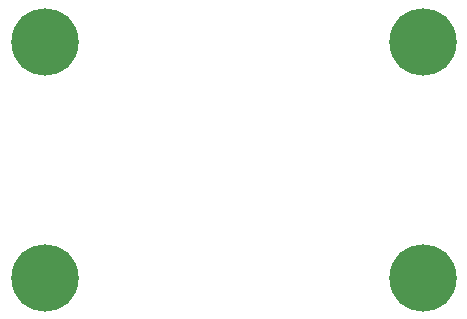
<source format=gbr>
%TF.GenerationSoftware,KiCad,Pcbnew,(5.99.0-9519-ga70106a3bd)*%
%TF.CreationDate,2021-04-17T12:19:11-04:00*%
%TF.ProjectId,plate,706c6174-652e-46b6-9963-61645f706362,rev?*%
%TF.SameCoordinates,Original*%
%TF.FileFunction,Soldermask,Bot*%
%TF.FilePolarity,Negative*%
%FSLAX46Y46*%
G04 Gerber Fmt 4.6, Leading zero omitted, Abs format (unit mm)*
G04 Created by KiCad (PCBNEW (5.99.0-9519-ga70106a3bd)) date 2021-04-17 12:19:11*
%MOMM*%
%LPD*%
G01*
G04 APERTURE LIST*
%ADD10C,5.700000*%
G04 APERTURE END LIST*
D10*
%TO.C,H4*%
X-16000000Y-10000000D03*
%TD*%
%TO.C,H2*%
X16000000Y-10000000D03*
%TD*%
%TO.C,H3*%
X-16000000Y10000000D03*
%TD*%
%TO.C,H1*%
X16000000Y10000000D03*
%TD*%
M02*

</source>
